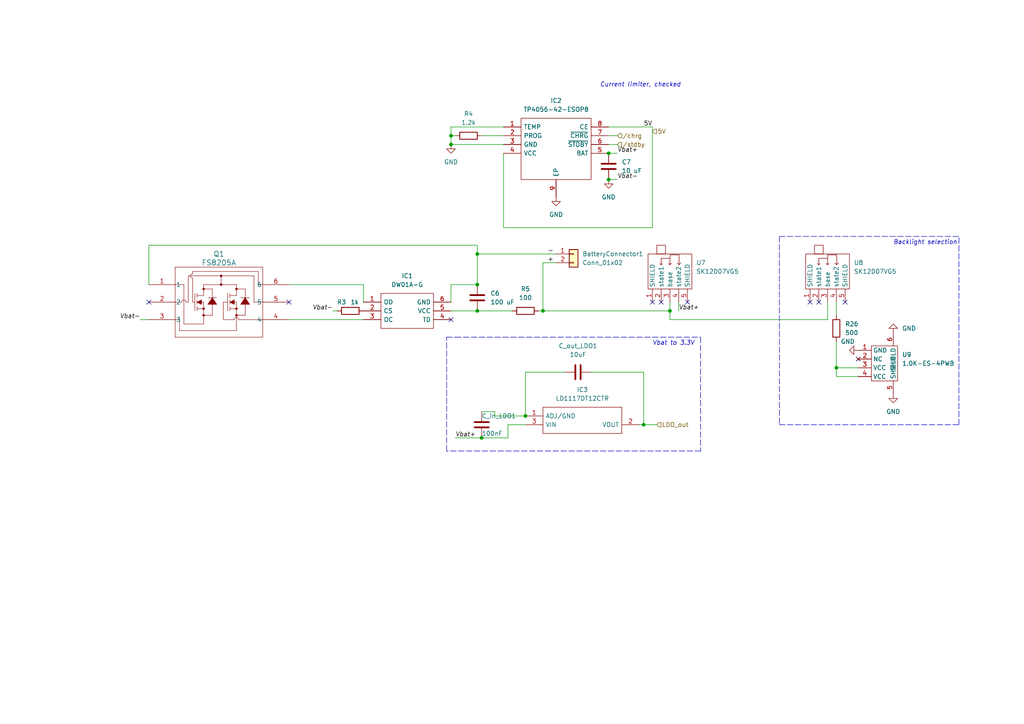
<source format=kicad_sch>
(kicad_sch (version 20211123) (generator eeschema)
  (paper "A4")
  (title_block (title "BluetoothKeyboard") (rev "1.0") (comment 1 "By Pierre-Louis Lagunegrand"))
  (lib_symbols
    (symbol "2024-04-15_18-05-36:FS8205A" (pin_names (offset 0.254))
      (property "Reference" "Q" (at 20.32 10.16 0))
      (property "Value" "FS8205A" (at 20.32 7.62 0))
      (symbol "FS8205A_0_1"
        (polyline (pts (xy 7.62 -15.24) (xy 33.02 -15.24)) (stroke (width 0.127)))
        (polyline (pts (xy 7.62 -10.16) (xy 8.89 -10.16)) (stroke (width 0.127)))
        (polyline (pts (xy 7.62 -5.08) (xy 9.525 -5.08)) (stroke (width 0.127)))
        (polyline (pts (xy 7.62 0) (xy 10.16 0)) (stroke (width 0.127)))
        (polyline (pts (xy 7.62 5.08) (xy 7.62 -15.24)) (stroke (width 0.127)))
        (polyline (pts (xy 8.89 -13.335) (xy 8.89 -10.16)) (stroke (width 0.127)))
        (polyline (pts (xy 8.89 -13.335) (xy 25.4 -13.335)) (stroke (width 0.127)))
        (polyline (pts (xy 10.16 -11.43) (xy 15.875 -11.43)) (stroke (width 0.127)))
        (polyline (pts (xy 10.16 0) (xy 10.16 -11.43)) (stroke (width 0.127)))
        (polyline (pts (xy 10.795 -5.08) (xy 11.43 -5.08)) (stroke (width 0.127)))
        (polyline (pts (xy 11.43 -5.08) (xy 11.43 2.54)) (stroke (width 0.127)))
        (polyline (pts (xy 11.43 2.54) (xy 30.48 2.54)) (stroke (width 0.127)))
        (polyline (pts (xy 12.7 -5.08) (xy 13.335 -5.08)) (stroke (width 0.127)))
        (polyline (pts (xy 12.7 1.905) (xy 12.7 -5.08)) (stroke (width 0.127)))
        (polyline (pts (xy 12.7 3.81) (xy 12.7 3.175)) (stroke (width 0.127)))
        (polyline (pts (xy 13.335 -2.54) (xy 13.335 -7.62)) (stroke (width 0.127)))
        (polyline (pts (xy 13.97 -6.985) (xy 15.875 -6.985)) (stroke (width 0.127)))
        (polyline (pts (xy 13.97 -6.35) (xy 13.97 -7.62)) (stroke (width 0.127)))
        (polyline (pts (xy 13.97 -5.08) (xy 15.24 -4.445)) (stroke (width 0.127)))
        (polyline (pts (xy 13.97 -5.08) (xy 15.875 -5.08)) (stroke (width 0.127)))
        (polyline (pts (xy 13.97 -4.445) (xy 13.97 -5.715)) (stroke (width 0.127)))
        (polyline (pts (xy 13.97 -3.175) (xy 15.875 -3.175)) (stroke (width 0.127)))
        (polyline (pts (xy 13.97 -2.54) (xy 13.97 -3.81)) (stroke (width 0.127)))
        (polyline (pts (xy 15.24 -5.715) (xy 13.97 -5.08)) (stroke (width 0.127)))
        (polyline (pts (xy 15.24 -4.445) (xy 15.24 -5.715)) (stroke (width 0.127)))
        (polyline (pts (xy 15.875 -5.08) (xy 15.875 -11.43)) (stroke (width 0.127)))
        (polyline (pts (xy 15.875 -1.27) (xy 18.415 -1.27)) (stroke (width 0.127)))
        (polyline (pts (xy 15.875 0) (xy 15.875 -3.175)) (stroke (width 0.127)))
        (polyline (pts (xy 17.145 -5.715) (xy 19.685 -5.715)) (stroke (width 0.127)))
        (polyline (pts (xy 17.145 -3.81) (xy 19.685 -3.81)) (stroke (width 0.127)))
        (polyline (pts (xy 18.415 -8.89) (xy 15.875 -8.89)) (stroke (width 0.127)))
        (polyline (pts (xy 18.415 -3.81) (xy 17.145 -5.715)) (stroke (width 0.127)))
        (polyline (pts (xy 18.415 -3.81) (xy 19.685 -5.715)) (stroke (width 0.127)))
        (polyline (pts (xy 18.415 -1.27) (xy 18.415 -8.89)) (stroke (width 0.127)))
        (polyline (pts (xy 20.955 0) (xy 20.955 2.54)) (stroke (width 0.127)))
        (polyline (pts (xy 21.59 -10.16) (xy 21.59 -5.08)) (stroke (width 0.127)))
        (polyline (pts (xy 21.59 -10.16) (xy 24.765 -10.16)) (stroke (width 0.127)))
        (polyline (pts (xy 21.59 -5.08) (xy 22.86 -5.08)) (stroke (width 0.127)))
        (polyline (pts (xy 22.86 -2.54) (xy 22.86 -7.62)) (stroke (width 0.127)))
        (polyline (pts (xy 23.495 -6.985) (xy 25.4 -6.985)) (stroke (width 0.127)))
        (polyline (pts (xy 23.495 -6.35) (xy 23.495 -7.62)) (stroke (width 0.127)))
        (polyline (pts (xy 23.495 -5.08) (xy 24.765 -4.445)) (stroke (width 0.127)))
        (polyline (pts (xy 23.495 -5.08) (xy 25.4 -5.08)) (stroke (width 0.127)))
        (polyline (pts (xy 23.495 -4.445) (xy 23.495 -5.715)) (stroke (width 0.127)))
        (polyline (pts (xy 23.495 -3.175) (xy 25.4 -3.175)) (stroke (width 0.127)))
        (polyline (pts (xy 23.495 -2.54) (xy 23.495 -3.81)) (stroke (width 0.127)))
        (polyline (pts (xy 24.765 -5.715) (xy 23.495 -5.08)) (stroke (width 0.127)))
        (polyline (pts (xy 24.765 -4.445) (xy 24.765 -5.715)) (stroke (width 0.127)))
        (polyline (pts (xy 25.4 -5.08) (xy 25.4 -13.335)) (stroke (width 0.127)))
        (polyline (pts (xy 25.4 -1.27) (xy 27.94 -1.27)) (stroke (width 0.127)))
        (polyline (pts (xy 25.4 0) (xy 15.875 0)) (stroke (width 0.127)))
        (polyline (pts (xy 25.4 0) (xy 25.4 -3.175)) (stroke (width 0.127)))
        (polyline (pts (xy 26.67 -5.715) (xy 29.21 -5.715)) (stroke (width 0.127)))
        (polyline (pts (xy 26.67 -3.81) (xy 29.21 -3.81)) (stroke (width 0.127)))
        (polyline (pts (xy 27.94 -8.89) (xy 25.4 -8.89)) (stroke (width 0.127)))
        (polyline (pts (xy 27.94 -3.81) (xy 26.67 -5.715)) (stroke (width 0.127)))
        (polyline (pts (xy 27.94 -3.81) (xy 29.21 -5.715)) (stroke (width 0.127)))
        (polyline (pts (xy 27.94 -1.27) (xy 27.94 -8.89)) (stroke (width 0.127)))
        (polyline (pts (xy 30.48 -5.08) (xy 33.02 -5.08)) (stroke (width 0.127)))
        (polyline (pts (xy 30.48 2.54) (xy 30.48 -5.08)) (stroke (width 0.127)))
        (polyline (pts (xy 31.75 3.81) (xy 12.7 3.81)) (stroke (width 0.127)))
        (polyline (pts (xy 31.75 3.81) (xy 31.75 0)) (stroke (width 0.127)))
        (polyline (pts (xy 33.02 -15.24) (xy 33.02 5.08)) (stroke (width 0.127)))
        (polyline (pts (xy 33.02 -10.16) (xy 26.035 -10.16)) (stroke (width 0.127)))
        (polyline (pts (xy 33.02 0) (xy 31.75 0)) (stroke (width 0.127)))
        (polyline (pts (xy 33.02 5.08) (xy 7.62 5.08)) (stroke (width 0.127)))
        (polyline (pts (xy 13.97 -5.08) (xy 15.24 -5.715) (xy 15.24 -4.445)) (fill (type outline)))
        (polyline (pts (xy 18.415 -3.81) (xy 17.145 -5.715) (xy 19.685 -5.715)) (fill (type outline)))
        (polyline (pts (xy 23.495 -5.08) (xy 24.765 -5.715) (xy 24.765 -4.445)) (fill (type outline)))
        (polyline (pts (xy 27.94 -3.81) (xy 26.67 -5.715) (xy 29.21 -5.715)) (fill (type outline)))
        (arc (start 10.795 -5.08) (mid 10.16 -4.445) (end 9.525 -5.08) (stroke (width 0.127)))
        (arc (start 12.7 3.175) (mid 12.065 2.54) (end 12.7 1.905) (stroke (width 0.127)))
        (circle (center 15.875 -8.89) (radius 0.2032) (stroke (width 0.3048)))
        (circle (center 15.875 -6.985) (radius 0.2032) (stroke (width 0.3048)))
        (circle (center 15.875 -1.27) (radius 0.2032) (stroke (width 0.3048)))
        (circle (center 20.955 0) (radius 0.2032) (stroke (width 0.3048)))
        (circle (center 20.955 2.54) (radius 0.2032) (stroke (width 0.3048)))
        (circle (center 25.4 -8.89) (radius 0.2032) (stroke (width 0.3048)))
        (circle (center 25.4 -6.985) (radius 0.2032) (stroke (width 0.3048)))
        (circle (center 25.4 -1.27) (radius 0.2032) (stroke (width 0.3048)))
        (arc (start 26.035 -10.16) (mid 25.4 -9.525) (end 24.765 -10.16) (stroke (width 0.127)))
        (pin unspecified line (at 0 0 0) (length 7.62) (name "1") (number "1"))
        (pin unspecified line (at 0 -5.08 0) (length 7.62) (name "2") (number "2"))
        (pin unspecified line (at 0 -10.16 0) (length 7.62) (name "3") (number "3"))
        (pin unspecified line (at 40.64 -10.16 180) (length 7.62) (name "4") (number "4"))
        (pin unspecified line (at 40.64 -5.08 180) (length 7.62) (name "5") (number "5"))
        (pin unspecified line (at 40.64 0 180) (length 7.62) (name "6") (number "6"))
      )
    )
    (symbol "Connector_Generic:Conn_01x02" (pin_names (offset 1.016) hide)
      (property "Reference" "J" (at 0 2.54 0))
      (property "Value" "Conn_01x02" (at 0 -5.08 0))
      (symbol "Conn_01x02_1_1"
        (rectangle (start -1.27 -2.413) (end 0 -2.667) (stroke (width 0.1524)))
        (rectangle (start -1.27 0.127) (end 0 -0.127) (stroke (width 0.1524)))
        (rectangle (start -1.27 1.27) (end 1.27 -3.81) (stroke (width 0.254)) (fill (type background)))
        (pin passive line (at -5.08 0 0) (length 3.81) (name "Pin_1") (number "1"))
        (pin passive line (at -5.08 -2.54 0) (length 3.81) (name "Pin_2") (number "2"))
      )
    )
    (symbol "Device:C" (pin_numbers hide) (pin_names (offset 0.254))
      (property "Reference" "C" (at 0.635 2.54 0))
      (property "Value" "C" (at 0.635 -2.54 0))
      (symbol "C_0_1"
        (polyline (pts (xy -2.032 -0.762) (xy 2.032 -0.762)) (stroke (width 0.508)))
        (polyline (pts (xy -2.032 0.762) (xy 2.032 0.762)) (stroke (width 0.508)))
      )
      (symbol "C_1_1"
        (pin passive line (at 0 3.81 270) (length 2.794) (name "~") (number "1"))
        (pin passive line (at 0 -3.81 90) (length 2.794) (name "~") (number "2"))
      )
    )
    (symbol "Device:R" (pin_numbers hide) (pin_names (offset 0))
      (property "Reference" "R" (at 2.032 0 90))
      (property "Value" "R" (at 0 0 90))
      (symbol "R_0_1"
        (rectangle (start -1.016 -2.54) (end 1.016 2.54) (stroke (width 0.254)))
      )
      (symbol "R_1_1"
        (pin passive line (at 0 3.81 270) (length 1.27) (name "~") (number "1"))
        (pin passive line (at 0 -3.81 90) (length 1.27) (name "~") (number "2"))
      )
    )
    (symbol "My_lib:1.0K-ES-4PWB"
      (property "Reference" "U?" (at 5.08 1.2701 0))
      (property "Value" "1.0K-ES-4PWB" (at 5.08 -1.2699 0))
      (symbol "1.0K-ES-4PWB_0_1"
        (rectangle (start -3.81 3.81) (end 3.81 -6.35))
      )
      (symbol "1.0K-ES-4PWB_1_1"
        (pin power_in line (at -7.62 2.54 0) (length 3.81) (name "GND") (number "1"))
        (pin no_connect line (at -7.62 0 0) (length 3.81) (name "NC") (number "2"))
        (pin power_in line (at -7.62 -2.54 0) (length 3.81) (name "VCC") (number "3"))
        (pin power_in line (at -7.62 -5.08 0) (length 3.81) (name "VCC") (number "4"))
        (pin power_in line (at 2.54 -10.16 90) (length 3.81) (name "SHIELD") (number "5"))
        (pin power_in line (at 2.54 7.62 270) (length 3.81) (name "SHIELD") (number "6"))
      )
    )
    (symbol "My_lib:SK12D07VG5"
      (property "Reference" "U" (at 0 12.7 0))
      (property "Value" "SK12D07VG5" (at 0 13.97 0))
      (symbol "SK12D07VG5_0_1"
        (rectangle (start -6.35 5.08) (end 6.35 -5.08))
        (rectangle (start -3.81 7.62) (end -1.27 5.08))
        (polyline (pts (xy -2.9464 2.286) (xy -2.54 1.9304) (xy -2.1844 2.286)))
        (polyline (pts (xy -0.4572 2.3368) (xy 0 1.9304) (xy 0.4064 2.3876)))
        (polyline (pts (xy 2.1336 2.3876) (xy 2.6416 1.9812) (xy 3.1496 2.4892)))
        (polyline (pts (xy -2.54 1.9812) (xy -2.54 3.81) (xy 0 3.81) (xy 0 1.9304)))
        (polyline (pts (xy 0.0508 3.9116) (xy 0.0508 4.826) (xy 2.6416 4.826) (xy 2.6416 1.9812)))
      )
      (symbol "SK12D07VG5_1_1"
        (pin power_in line (at -5.08 -8.89 90) (length 3.81) (name "SHIELD") (number "1"))
        (pin bidirectional line (at -2.54 -8.89 90) (length 3.81) (name "state1") (number "2"))
        (pin bidirectional line (at 0 -8.89 90) (length 3.81) (name "base") (number "3"))
        (pin bidirectional line (at 2.54 -8.89 90) (length 3.81) (name "state2") (number "4"))
        (pin power_in line (at 5.08 -8.89 90) (length 3.81) (name "SHIELD") (number "5"))
      )
    )
    (symbol "SamacSys_Parts:DW01A-G" (pin_names (offset 0.762))
      (property "Reference" "IC" (at 21.59 7.62 0))
      (property "Value" "DW01A-G" (at 21.59 5.08 0))
      (symbol "DW01A-G_0_0"
        (pin passive line (at 0 0 0) (length 5.08) (name "OD") (number "1"))
        (pin passive line (at 0 -2.54 0) (length 5.08) (name "CS") (number "2"))
        (pin passive line (at 0 -5.08 0) (length 5.08) (name "OC") (number "3"))
        (pin passive line (at 25.4 -5.08 180) (length 5.08) (name "TD") (number "4"))
        (pin passive line (at 25.4 -2.54 180) (length 5.08) (name "VCC") (number "5"))
        (pin passive line (at 25.4 0 180) (length 5.08) (name "GND") (number "6"))
      )
      (symbol "DW01A-G_0_1"
        (polyline (pts (xy 5.08 2.54) (xy 20.32 2.54) (xy 20.32 -7.62) (xy 5.08 -7.62) (xy 5.08 2.54)) (stroke (width 0.1524)))
      )
    )
    (symbol "SamacSys_Parts:LD1117DT12CTR" (pin_names (offset 0.762))
      (property "Reference" "IC" (at 29.21 7.62 0))
      (property "Value" "LD1117DT12CTR" (at 29.21 5.08 0))
      (symbol "LD1117DT12CTR_0_0"
        (pin passive line (at 33.02 -2.54 180) (length 5.08) (name "ADJ/GND") (number "1"))
        (pin passive line (at 0 0 0) (length 5.08) (name "VOUT") (number "2"))
        (pin passive line (at 33.02 0 180) (length 5.08) (name "VIN") (number "3"))
      )
      (symbol "LD1117DT12CTR_0_1"
        (polyline (pts (xy 5.08 2.54) (xy 27.94 2.54) (xy 27.94 -5.08) (xy 5.08 -5.08) (xy 5.08 2.54)) (stroke (width 0.1524)))
      )
    )
    (symbol "SamacSys_Parts:TP4056-42-ESOP8" (pin_names (offset 0.762))
      (property "Reference" "IC" (at 26.67 7.62 0))
      (property "Value" "TP4056-42-ESOP8" (at 26.67 5.08 0))
      (symbol "TP4056-42-ESOP8_0_0"
        (pin passive line (at 0 0 0) (length 5.08) (name "TEMP") (number "1"))
        (pin passive line (at 0 -2.54 0) (length 5.08) (name "PROG") (number "2"))
        (pin passive line (at 0 -5.08 0) (length 5.08) (name "GND") (number "3"))
        (pin passive line (at 0 -7.62 0) (length 5.08) (name "VCC") (number "4"))
        (pin passive line (at 30.48 -7.62 180) (length 5.08) (name "BAT") (number "5"))
        (pin passive line (at 30.48 -5.08 180) (length 5.08) (name "~{STDBY}") (number "6"))
        (pin passive line (at 30.48 -2.54 180) (length 5.08) (name "~{CHRG}") (number "7"))
        (pin passive line (at 30.48 0 180) (length 5.08) (name "CE") (number "8"))
        (pin passive line (at 15.24 -20.32 90) (length 5.08) (name "EP") (number "9"))
      )
      (symbol "TP4056-42-ESOP8_0_1"
        (polyline (pts (xy 5.08 2.54) (xy 25.4 2.54) (xy 25.4 -15.24) (xy 5.08 -15.24) (xy 5.08 2.54)) (stroke (width 0.1524)))
      )
    )
    (symbol "power:GND" (power) (pin_names (offset 0))
      (property "Value" "GND" (at 0 -3.81 0))
      (symbol "GND_0_1"
        (polyline (pts (xy 0 0) (xy 0 -1.27) (xy 1.27 -1.27) (xy 0 -2.54) (xy -1.27 -1.27) (xy 0 -1.27)))
      )
      (symbol "GND_1_1"
        (pin power_in line (at 0 0 270) (length 0) hide (name "GND") (number "1"))
      )
    )
  )
  (junction (at 152.4 120.65))
  (junction (at 130.81 41.91))
  (junction (at 138.43 82.55))
  (junction (at 139.7 127))
  (junction (at 138.43 73.66))
  (junction (at 242.57 106.68))
  (junction (at 138.43 90.17))
  (junction (at 186.69 123.19))
  (junction (at 157.48 90.17))
  (junction (at 176.53 52.07))
  (junction (at 194.31 90.17))
  (junction (at 176.53 44.45))
  (junction (at 130.81 39.37))
  (no_connect (at 248.92 104.14))
  (no_connect (at 43.18 87.63))
  (no_connect (at 83.82 87.63))
  (no_connect (at 191.77 87.63))
  (no_connect (at 237.49 87.63))
  (no_connect (at 130.81 92.71))
  (no_connect (at 189.23 87.63))
  (no_connect (at 245.11 87.63))
  (no_connect (at 199.39 87.63))
  (no_connect (at 234.95 87.63))
  (wire (pts (xy 179.07 41.91) (xy 176.53 41.91)))
  (wire (pts (xy 130.81 90.17) (xy 138.43 90.17)))
  (wire (pts (xy 186.69 107.95) (xy 186.69 123.19)))
  (wire (pts (xy 43.18 71.12) (xy 138.43 71.12)))
  (wire (pts (xy 130.81 87.63) (xy 130.81 82.55)))
  (wire (pts (xy 147.32 123.19) (xy 152.4 123.19)))
  (wire (pts (xy 146.05 36.83) (xy 130.81 36.83)))
  (wire (pts (xy 139.7 39.37) (xy 146.05 39.37)))
  (wire (pts (xy 130.81 82.55) (xy 138.43 82.55)))
  (wire (pts (xy 147.32 123.19) (xy 147.32 127)))
  (polyline (pts (xy 203.2 130.81) (xy 129.54 130.81)))
  (polyline (pts (xy 132.08 97.79) (xy 203.2 97.79)))
  (polyline (pts (xy 226.06 68.58) (xy 278.13 68.58)))
  (wire (pts (xy 132.08 127) (xy 139.7 127)))
  (wire (pts (xy 130.81 41.91) (xy 130.81 39.37)))
  (polyline (pts (xy 129.54 97.79) (xy 132.08 97.79)))
  (wire (pts (xy 185.42 123.19) (xy 186.69 123.19)))
  (wire (pts (xy 138.43 73.66) (xy 138.43 82.55)))
  (wire (pts (xy 146.05 44.45) (xy 146.05 66.04)))
  (wire (pts (xy 248.92 109.22) (xy 242.57 109.22)))
  (wire (pts (xy 138.43 90.17) (xy 148.59 90.17)))
  (wire (pts (xy 171.45 107.95) (xy 186.69 107.95)))
  (polyline (pts (xy 278.13 123.19) (xy 278.13 68.58)))
  (wire (pts (xy 157.48 90.17) (xy 194.31 90.17)))
  (wire (pts (xy 40.64 92.71) (xy 43.18 92.71)))
  (wire (pts (xy 157.48 76.2) (xy 161.29 76.2)))
  (polyline (pts (xy 226.06 68.58) (xy 226.06 123.19)))
  (wire (pts (xy 242.57 99.06) (xy 242.57 106.68)))
  (wire (pts (xy 130.81 39.37) (xy 132.08 39.37)))
  (wire (pts (xy 152.4 107.95) (xy 152.4 120.65)))
  (wire (pts (xy 130.81 36.83) (xy 130.81 39.37)))
  (wire (pts (xy 43.18 82.55) (xy 43.18 71.12)))
  (wire (pts (xy 105.41 82.55) (xy 83.82 82.55)))
  (wire (pts (xy 143.51 120.65) (xy 143.51 119.38)))
  (polyline (pts (xy 203.2 97.79) (xy 203.2 130.81)))
  (polyline (pts (xy 129.54 130.81) (xy 129.54 97.79)))
  (wire (pts (xy 146.05 66.04) (xy 189.23 66.04)))
  (wire (pts (xy 189.23 36.83) (xy 189.23 66.04)))
  (wire (pts (xy 240.03 92.71) (xy 240.03 87.63)))
  (wire (pts (xy 242.57 87.63) (xy 242.57 91.44)))
  (wire (pts (xy 143.51 119.38) (xy 139.7 119.38)))
  (wire (pts (xy 146.05 41.91) (xy 130.81 41.91)))
  (wire (pts (xy 152.4 120.65) (xy 143.51 120.65)))
  (wire (pts (xy 83.82 92.71) (xy 105.41 92.71)))
  (wire (pts (xy 194.31 92.71) (xy 240.03 92.71)))
  (wire (pts (xy 194.31 90.17) (xy 194.31 87.63)))
  (wire (pts (xy 157.48 76.2) (xy 157.48 90.17)))
  (wire (pts (xy 242.57 106.68) (xy 248.92 106.68)))
  (wire (pts (xy 242.57 109.22) (xy 242.57 106.68)))
  (wire (pts (xy 138.43 71.12) (xy 138.43 73.66)))
  (wire (pts (xy 96.52 90.17) (xy 97.79 90.17)))
  (wire (pts (xy 196.85 87.63) (xy 196.85 90.17)))
  (wire (pts (xy 161.29 73.66) (xy 138.43 73.66)))
  (wire (pts (xy 186.69 123.19) (xy 190.5 123.19)))
  (wire (pts (xy 147.32 127) (xy 139.7 127)))
  (wire (pts (xy 179.07 39.37) (xy 176.53 39.37)))
  (polyline (pts (xy 226.06 123.19) (xy 278.13 123.19)))
  (wire (pts (xy 163.83 107.95) (xy 152.4 107.95)))
  (wire (pts (xy 179.07 52.07) (xy 176.53 52.07)))
  (wire (pts (xy 189.23 36.83) (xy 176.53 36.83)))
  (wire (pts (xy 105.41 87.63) (xy 105.41 82.55)))
  (wire (pts (xy 194.31 90.17) (xy 194.31 92.71)))
  (wire (pts (xy 176.53 44.45) (xy 179.07 44.45)))
  (wire (pts (xy 156.21 90.17) (xy 157.48 90.17)))
  (text "Current limiter, checked " (at 173.99 25.4 0) (effects (font (size 1.27 1.27) italic) (justify left bottom)))
  (text "Backlight selection" (at 259.08 71.12 0) (effects (font (size 1.27 1.27) italic) (justify left bottom)))
  (text "Vbat to 3.3V\n" (at 189.23 100.33 0) (effects (font (size 1.27 1.27) italic) (justify left bottom)))
  (label "5V" (at 186.69 36.83 0))
  (label "Vbat+" (at 179.07 44.45 0) (effects (font italic)))
  (label "Vbat+" (at 132.08 127 0) (effects (font italic)))
  (label "Vbat-" (at 40.64 92.71 180) (effects (font italic)))
  (label "Vbat-" (at 179.07 52.07 0) (effects (font italic)))
  (label "+" (at 158.75 76.2 0) (effects (font italic)))
  (label "-" (at 158.75 73.66 0) (effects (font italic)))
  (label "Vbat+" (at 196.85 90.17 0) (effects (font italic)))
  (label "Vbat-" (at 96.52 90.17 180) (effects (font italic)))
  (hierarchical_label "{slash}chrg" (shape input) (at 179.07 39.37 0))
  (hierarchical_label "LDO_out" (shape input) (at 190.5 123.19 0))
  (hierarchical_label "{slash}stdby" (shape input) (at 179.07 41.91 0))
  (hierarchical_label "5V" (shape input) (at 189.23 38.1 0))
  (symbol (lib_id "power:GND") (at 161.29 57.15 0) (unit 1)
    (property "Reference" "#PWR014" (effects hide))
    (property "Value" "GND" (at 161.29 62.23 0))
  )
  (symbol (lib_id "Device:C") (at 176.53 48.26 0) (unit 1)
    (property "Reference" "C7" (at 180.34 46.9899 0) (effects (justify left)))
    (property "Value" "10 uF" (at 180.34 49.5299 0) (effects (justify left)))
  )
  (symbol (lib_id "SamacSys_Parts:TP4056-42-ESOP8") (at 146.05 36.83 0) (unit 1)
    (property "Reference" "IC2" (at 161.29 29.21 0))
    (property "Value" "TP4056-42-ESOP8" (at 161.29 31.75 0))
    (property "Footprint" "SOIC127P600X175-9N" (effects hide))
    (property "Datasheet" "https://datasheet.lcsc.com/szlcsc/1906261508_Nanjing-Extension-Microelectronics-TP4056-42-ESOP8_C16581.pdf" (effects hide))
    (property "Description" "PMIC - Battery Management ESOP-8 RoHS" (effects hide))
    (property "Height" "1.75" (effects hide))
    (property "Manufacturer_Name" "Nanjing Extension Microelectronics" (effects hide))
    (property "Manufacturer_Part_Number" "TP4056-42-ESOP8" (effects hide))
  )
  (symbol (lib_id "2024-04-15_18-05-36:FS8205A") (at 43.18 82.55 0) (unit 1)
    (property "Reference" "Q1" (at 63.5 73.66 0) (effects (font (size 1.524 1.524))))
    (property "Value" "FS8205A" (at 63.5 76.2 0) (effects (font (size 1.524 1.524))))
    (property "Footprint" "SOT-23-6L_TCP" (effects hide))
    (property "Datasheet" "FS8205A" (effects hide))
  )
  (symbol (lib_id "My_lib:SK12D07VG5") (at 240.03 78.74 0) (unit 1)
    (property "Reference" "U8" (at 247.65 76.1999 0) (effects (justify left)))
    (property "Value" "SK12D07VG5" (at 247.65 78.7399 0) (effects (justify left)))
  )
  (symbol (lib_id "Device:R") (at 101.6 90.17 90) (unit 1)
    (property "Reference" "R3" (at 99.06 87.63 90))
    (property "Value" "1k" (at 102.87 87.63 90))
  )
  (symbol (lib_id "SamacSys_Parts:DW01A-G") (at 105.41 87.63 0) (unit 1)
    (property "Reference" "IC1" (at 118.11 80.01 0))
    (property "Value" "DW01A-G" (at 118.11 82.55 0))
    (property "Footprint" "SOT95P280X135-6N" (effects hide))
    (property "Datasheet" "http://acoptex.com/uploads/DW01A.pdf" (effects hide))
    (property "Description" "One Cell Lithium-ion/Polymer Battery Protection IC" (effects hide))
    (property "Height" "1.35" (effects hide))
    (property "Manufacturer_Name" "Fortune Semiconductor Corporation" (effects hide))
    (property "Manufacturer_Part_Number" "DW01A-G" (effects hide))
  )
  (symbol (lib_id "SamacSys_Parts:LD1117DT12CTR") (at 185.42 123.19 180) (unit 1)
    (property "Reference" "IC3" (at 168.91 113.03 0))
    (property "Value" "LD1117DT12CTR" (at 168.91 115.57 0))
    (property "Footprint" "LD1117DT12CTR" (effects hide))
    (property "Datasheet" "https://www.st.com/content/ccc/resource/technical/document/datasheet/99/3b/7d/91/91/51/4b/be/CD00000544.pdf/files/CD00000544.pdf/jcr:content/translations/en.CD00000544.pdf" (effects hide))
    (property "Description" "STMicroelectronics LD1117DT12CTR, LDO Voltage Regulator, 800mA, 1.2 V, maximum of 15 Vin, 3-Pin DPAK" (effects hide))
    (property "Height" "2.38" (effects hide))
    (property "Manufacturer_Name" "STMicroelectronics" (effects hide))
    (property "Manufacturer_Part_Number" "LD1117DT12CTR" (effects hide))
    (property "Mouser Part Number" "511-LD1117DT12CTR" (effects hide))
    (property "Mouser Price/Stock" "https://www.mouser.co.uk/ProductDetail/STMicroelectronics/LD1117DT12CTR?qs=fiYlMTh1qt820ty22%252B7Feg%3D%3D" (effects hide))
    (property "Arrow Part Number" "LD1117DT12CTR" (effects hide))
    (property "Arrow Price/Stock" "https://www.arrow.com/en/products/ld1117dt12ctr/stmicroelectronics?region=nac" (effects hide))
  )
  (symbol (lib_id "Device:C") (at 167.64 107.95 90) (unit 1)
    (property "Reference" "C_out_LDO1" (at 167.64 100.33 90))
    (property "Value" "10uF" (at 167.64 102.87 90))
  )
  (symbol (lib_id "Device:C") (at 139.7 123.19 0) (unit 1)
    (property "Reference" "C_in_LDO1" (at 139.7 120.65 0) (effects (justify left)))
    (property "Value" "100nF" (at 139.7 125.73 0) (effects (justify left)))
  )
  (symbol (lib_id "My_lib:SK12D07VG5") (at 194.31 78.74 0) (unit 1)
    (property "Reference" "U7" (at 201.93 76.1999 0) (effects (justify left)))
    (property "Value" "SK12D07VG5" (at 201.93 78.7399 0) (effects (justify left)))
  )
  (symbol (lib_id "My_lib:1.0K-ES-4PWB") (at 256.54 104.14 0) (unit 1)
    (property "Reference" "U9" (at 261.62 102.8699 0) (effects (justify left)))
    (property "Value" "1.0K-ES-4PWB" (at 261.62 105.4099 0) (effects (justify left)))
  )
  (symbol (lib_id "power:GND") (at 259.08 114.3 0) (unit 1)
    (property "Reference" "#PWR0103" (effects hide))
    (property "Value" "GND" (at 259.08 119.38 0))
  )
  (symbol (lib_id "power:GND") (at 176.53 52.07 0) (unit 1)
    (property "Reference" "#PWR015" (effects hide))
    (property "Value" "GND" (at 176.53 57.15 0))
  )
  (symbol (lib_id "Connector_Generic:Conn_01x02") (at 166.37 73.66 0) (unit 1)
    (property "Reference" "BatteryConnector1" (at 168.91 73.6599 0) (effects (justify left)))
    (property "Value" "Conn_01x02" (at 168.91 76.1999 0) (effects (justify left)))
  )
  (symbol (lib_id "Device:R") (at 152.4 90.17 90) (unit 1)
    (property "Reference" "R5" (at 152.4 83.82 90))
    (property "Value" "100" (at 152.4 86.36 90))
  )
  (symbol (lib_id "Device:R") (at 242.57 95.25 0) (unit 1)
    (property "Reference" "R26" (at 245.11 93.9799 0) (effects (justify left)))
    (property "Value" "500" (at 245.11 96.5199 0) (effects (justify left)))
  )
  (symbol (lib_id "power:GND") (at 130.81 41.91 0) (unit 1)
    (property "Reference" "#PWR013" (effects hide))
    (property "Value" "GND" (at 130.81 46.99 0))
  )
  (symbol (lib_id "Device:C") (at 138.43 86.36 0) (unit 1)
    (property "Reference" "C6" (at 142.24 85.0899 0) (effects (justify left)))
    (property "Value" "100 uF" (at 142.24 87.6299 0) (effects (justify left)))
  )
  (symbol (lib_id "power:GND") (at 259.08 96.52 180) (unit 1)
    (property "Reference" "#PWR0102" (effects hide))
    (property "Value" "GND" (at 261.62 95.2499 0) (effects (justify right)))
  )
  (symbol (lib_id "power:GND") (at 248.92 101.6 270) (unit 1)
    (property "Reference" "#PWR0104" (effects hide))
    (property "Value" "GND" (at 243.84 99.06 90) (effects (justify left)))
  )
  (symbol (lib_id "Device:R") (at 135.89 39.37 90) (unit 1)
    (property "Reference" "R4" (at 135.89 33.02 90))
    (property "Value" "1.2k" (at 135.89 35.56 90))
  )
)
</source>
